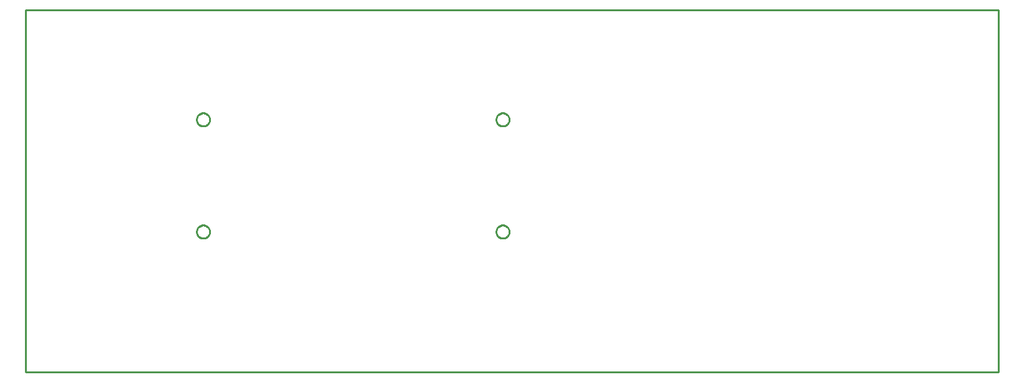
<source format=gbr>
G04 EAGLE Gerber RS-274X export*
G75*
%MOMM*%
%FSLAX34Y34*%
%LPD*%
%IN*%
%IPPOS*%
%AMOC8*
5,1,8,0,0,1.08239X$1,22.5*%
G01*
%ADD10C,0.254000*%


D10*
X-25400Y-50800D02*
X1295200Y-50800D01*
X1295200Y441200D01*
X-25400Y441200D01*
X-25400Y-50800D01*
X224790Y139312D02*
X224722Y138539D01*
X224588Y137774D01*
X224387Y137024D01*
X224121Y136295D01*
X223793Y135591D01*
X223405Y134919D01*
X222960Y134283D01*
X222461Y133688D01*
X221912Y133139D01*
X221317Y132640D01*
X220681Y132195D01*
X220009Y131807D01*
X219305Y131479D01*
X218576Y131213D01*
X217826Y131012D01*
X217061Y130878D01*
X216288Y130810D01*
X215512Y130810D01*
X214739Y130878D01*
X213974Y131012D01*
X213224Y131213D01*
X212495Y131479D01*
X211791Y131807D01*
X211119Y132195D01*
X210483Y132640D01*
X209888Y133139D01*
X209339Y133688D01*
X208840Y134283D01*
X208395Y134919D01*
X208007Y135591D01*
X207679Y136295D01*
X207413Y137024D01*
X207212Y137774D01*
X207078Y138539D01*
X207010Y139312D01*
X207010Y140088D01*
X207078Y140861D01*
X207212Y141626D01*
X207413Y142376D01*
X207679Y143105D01*
X208007Y143809D01*
X208395Y144481D01*
X208840Y145117D01*
X209339Y145712D01*
X209888Y146261D01*
X210483Y146760D01*
X211119Y147205D01*
X211791Y147593D01*
X212495Y147921D01*
X213224Y148187D01*
X213974Y148388D01*
X214739Y148522D01*
X215512Y148590D01*
X216288Y148590D01*
X217061Y148522D01*
X217826Y148388D01*
X218576Y148187D01*
X219305Y147921D01*
X220009Y147593D01*
X220681Y147205D01*
X221317Y146760D01*
X221912Y146261D01*
X222461Y145712D01*
X222960Y145117D01*
X223405Y144481D01*
X223793Y143809D01*
X224121Y143105D01*
X224387Y142376D01*
X224588Y141626D01*
X224722Y140861D01*
X224790Y140088D01*
X224790Y139312D01*
X224790Y291712D02*
X224722Y290939D01*
X224588Y290174D01*
X224387Y289424D01*
X224121Y288695D01*
X223793Y287991D01*
X223405Y287319D01*
X222960Y286683D01*
X222461Y286088D01*
X221912Y285539D01*
X221317Y285040D01*
X220681Y284595D01*
X220009Y284207D01*
X219305Y283879D01*
X218576Y283613D01*
X217826Y283412D01*
X217061Y283278D01*
X216288Y283210D01*
X215512Y283210D01*
X214739Y283278D01*
X213974Y283412D01*
X213224Y283613D01*
X212495Y283879D01*
X211791Y284207D01*
X211119Y284595D01*
X210483Y285040D01*
X209888Y285539D01*
X209339Y286088D01*
X208840Y286683D01*
X208395Y287319D01*
X208007Y287991D01*
X207679Y288695D01*
X207413Y289424D01*
X207212Y290174D01*
X207078Y290939D01*
X207010Y291712D01*
X207010Y292488D01*
X207078Y293261D01*
X207212Y294026D01*
X207413Y294776D01*
X207679Y295505D01*
X208007Y296209D01*
X208395Y296881D01*
X208840Y297517D01*
X209339Y298112D01*
X209888Y298661D01*
X210483Y299160D01*
X211119Y299605D01*
X211791Y299993D01*
X212495Y300321D01*
X213224Y300587D01*
X213974Y300788D01*
X214739Y300922D01*
X215512Y300990D01*
X216288Y300990D01*
X217061Y300922D01*
X217826Y300788D01*
X218576Y300587D01*
X219305Y300321D01*
X220009Y299993D01*
X220681Y299605D01*
X221317Y299160D01*
X221912Y298661D01*
X222461Y298112D01*
X222960Y297517D01*
X223405Y296881D01*
X223793Y296209D01*
X224121Y295505D01*
X224387Y294776D01*
X224588Y294026D01*
X224722Y293261D01*
X224790Y292488D01*
X224790Y291712D01*
X631190Y291712D02*
X631122Y290939D01*
X630988Y290174D01*
X630787Y289424D01*
X630521Y288695D01*
X630193Y287991D01*
X629805Y287319D01*
X629360Y286683D01*
X628861Y286088D01*
X628312Y285539D01*
X627717Y285040D01*
X627081Y284595D01*
X626409Y284207D01*
X625705Y283879D01*
X624976Y283613D01*
X624226Y283412D01*
X623461Y283278D01*
X622688Y283210D01*
X621912Y283210D01*
X621139Y283278D01*
X620374Y283412D01*
X619624Y283613D01*
X618895Y283879D01*
X618191Y284207D01*
X617519Y284595D01*
X616883Y285040D01*
X616288Y285539D01*
X615739Y286088D01*
X615240Y286683D01*
X614795Y287319D01*
X614407Y287991D01*
X614079Y288695D01*
X613813Y289424D01*
X613612Y290174D01*
X613478Y290939D01*
X613410Y291712D01*
X613410Y292488D01*
X613478Y293261D01*
X613612Y294026D01*
X613813Y294776D01*
X614079Y295505D01*
X614407Y296209D01*
X614795Y296881D01*
X615240Y297517D01*
X615739Y298112D01*
X616288Y298661D01*
X616883Y299160D01*
X617519Y299605D01*
X618191Y299993D01*
X618895Y300321D01*
X619624Y300587D01*
X620374Y300788D01*
X621139Y300922D01*
X621912Y300990D01*
X622688Y300990D01*
X623461Y300922D01*
X624226Y300788D01*
X624976Y300587D01*
X625705Y300321D01*
X626409Y299993D01*
X627081Y299605D01*
X627717Y299160D01*
X628312Y298661D01*
X628861Y298112D01*
X629360Y297517D01*
X629805Y296881D01*
X630193Y296209D01*
X630521Y295505D01*
X630787Y294776D01*
X630988Y294026D01*
X631122Y293261D01*
X631190Y292488D01*
X631190Y291712D01*
X631190Y139312D02*
X631122Y138539D01*
X630988Y137774D01*
X630787Y137024D01*
X630521Y136295D01*
X630193Y135591D01*
X629805Y134919D01*
X629360Y134283D01*
X628861Y133688D01*
X628312Y133139D01*
X627717Y132640D01*
X627081Y132195D01*
X626409Y131807D01*
X625705Y131479D01*
X624976Y131213D01*
X624226Y131012D01*
X623461Y130878D01*
X622688Y130810D01*
X621912Y130810D01*
X621139Y130878D01*
X620374Y131012D01*
X619624Y131213D01*
X618895Y131479D01*
X618191Y131807D01*
X617519Y132195D01*
X616883Y132640D01*
X616288Y133139D01*
X615739Y133688D01*
X615240Y134283D01*
X614795Y134919D01*
X614407Y135591D01*
X614079Y136295D01*
X613813Y137024D01*
X613612Y137774D01*
X613478Y138539D01*
X613410Y139312D01*
X613410Y140088D01*
X613478Y140861D01*
X613612Y141626D01*
X613813Y142376D01*
X614079Y143105D01*
X614407Y143809D01*
X614795Y144481D01*
X615240Y145117D01*
X615739Y145712D01*
X616288Y146261D01*
X616883Y146760D01*
X617519Y147205D01*
X618191Y147593D01*
X618895Y147921D01*
X619624Y148187D01*
X620374Y148388D01*
X621139Y148522D01*
X621912Y148590D01*
X622688Y148590D01*
X623461Y148522D01*
X624226Y148388D01*
X624976Y148187D01*
X625705Y147921D01*
X626409Y147593D01*
X627081Y147205D01*
X627717Y146760D01*
X628312Y146261D01*
X628861Y145712D01*
X629360Y145117D01*
X629805Y144481D01*
X630193Y143809D01*
X630521Y143105D01*
X630787Y142376D01*
X630988Y141626D01*
X631122Y140861D01*
X631190Y140088D01*
X631190Y139312D01*
M02*

</source>
